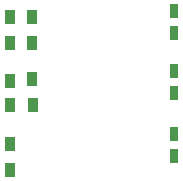
<source format=gbr>
G04 #@! TF.GenerationSoftware,KiCad,Pcbnew,(5.1.4)-1*
G04 #@! TF.CreationDate,2020-11-15T03:32:05+01:00*
G04 #@! TF.ProjectId,Delay Line,44656c61-7920-44c6-996e-652e6b696361,rev?*
G04 #@! TF.SameCoordinates,Original*
G04 #@! TF.FileFunction,Paste,Top*
G04 #@! TF.FilePolarity,Positive*
%FSLAX46Y46*%
G04 Gerber Fmt 4.6, Leading zero omitted, Abs format (unit mm)*
G04 Created by KiCad (PCBNEW (5.1.4)-1) date 2020-11-15 03:32:05*
%MOMM*%
%LPD*%
G04 APERTURE LIST*
%ADD10R,0.750000X1.200000*%
%ADD11R,0.900000X1.200000*%
G04 APERTURE END LIST*
D10*
X144297000Y-68249800D03*
X144297000Y-70149800D03*
X144297000Y-75245000D03*
X144297000Y-73345000D03*
X144297000Y-78653600D03*
X144297000Y-80553600D03*
D11*
X130391000Y-68783200D03*
X130391000Y-70983200D03*
X130352900Y-74193400D03*
X130391000Y-76220500D03*
X130391000Y-81694200D03*
X130365600Y-79494200D03*
X132283000Y-71008600D03*
X132283000Y-68783200D03*
X132282800Y-74015600D03*
X132359000Y-76215600D03*
M02*

</source>
